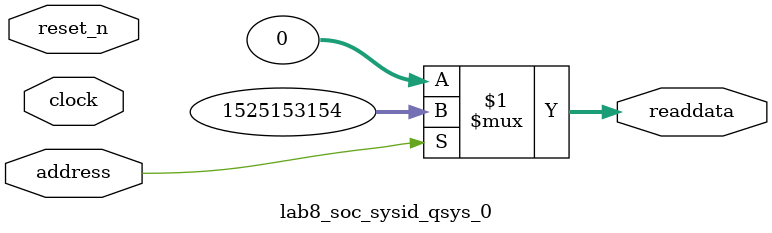
<source format=v>

`timescale 1ns / 1ps
// synthesis translate_on

// turn off superfluous verilog processor warnings 
// altera message_level Level1 
// altera message_off 10034 10035 10036 10037 10230 10240 10030 

module lab8_soc_sysid_qsys_0 (
               // inputs:
                address,
                clock,
                reset_n,

               // outputs:
                readdata
             )
;

  output  [ 31: 0] readdata;
  input            address;
  input            clock;
  input            reset_n;

  wire    [ 31: 0] readdata;
  //control_slave, which is an e_avalon_slave
  assign readdata = address ? 1525153154 : 0;

endmodule




</source>
